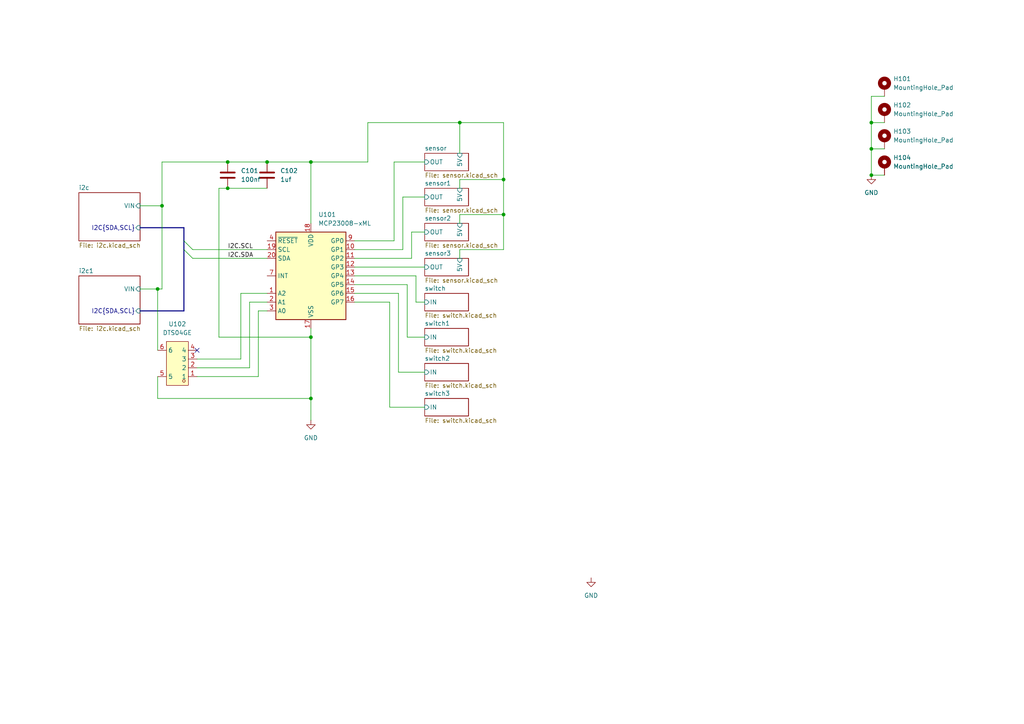
<source format=kicad_sch>
(kicad_sch (version 20250114) (generator "eeschema") (generator_version "9.0")
  (paper "A4")
  (lib_symbols
    (symbol "Device:C" (pin_numbers (hide yes)) (pin_names (offset 0.254))
      (property "Reference" "C" (at 0.635 2.54 0))
      (property "Value" "C" (at 0.635 -2.54 0))
      (symbol "C_0_1"
        (polyline (pts (xy -2.032 0.762) (xy 2.032 0.762)) (stroke (width 0.508)))
        (polyline (pts (xy -2.032 -0.762) (xy 2.032 -0.762)) (stroke (width 0.508)))
      )
      (symbol "C_1_1"
        (pin passive line (at 0 3.81 270) (length 2.794) (name "~") (number "1"))
        (pin passive line (at 0 -3.81 90) (length 2.794) (name "~") (number "2"))
      )
    )
    (symbol "Interface_Expansion:MCP23008-xML"
      (property "Reference" "U" (at -8.89 13.97 0))
      (property "Value" "MCP23008-xML" (at 8.89 13.97 0))
      (symbol "MCP23008-xML_0_1"
        (rectangle (start -10.16 12.7) (end 10.16 -12.7) (stroke (width 0.254)) (fill (type background)))
      )
      (symbol "MCP23008-xML_1_1"
        (pin input line (at -12.7 10.16 0) (length 2.54) (name "~{RESET}") (number "4"))
        (pin input line (at -12.7 7.62 0) (length 2.54) (name "SCL") (number "19"))
        (pin bidirectional line (at -12.7 5.08 0) (length 2.54) (name "SDA") (number "20"))
        (pin output line (at -12.7 0 0) (length 2.54) (name "INT") (number "7"))
        (pin input line (at -12.7 -5.08 0) (length 2.54) (name "A2") (number "1"))
        (pin input line (at -12.7 -7.62 0) (length 2.54) (name "A1") (number "2"))
        (pin input line (at -12.7 -10.16 0) (length 2.54) (name "A0") (number "3"))
        (pin no_connect line (at -10.16 2.54 0) (length 2.54) (hide yes) (name "NC") (number "5"))
        (pin no_connect line (at -10.16 -2.54 0) (length 2.54) (hide yes) (name "NC") (number "6"))
        (pin power_in line (at 0 15.24 270) (length 2.54) (name "VDD") (number "18"))
        (pin power_in line (at 0 -15.24 90) (length 2.54) (name "VSS") (number "17"))
        (pin no_connect line (at 10.16 -10.16 180) (length 2.54) (hide yes) (name "NC") (number "8"))
        (pin bidirectional line (at 12.7 10.16 180) (length 2.54) (name "GP0") (number "9"))
        (pin bidirectional line (at 12.7 7.62 180) (length 2.54) (name "GP1") (number "10"))
        (pin bidirectional line (at 12.7 5.08 180) (length 2.54) (name "GP2") (number "11"))
        (pin bidirectional line (at 12.7 2.54 180) (length 2.54) (name "GP3") (number "12"))
        (pin bidirectional line (at 12.7 0 180) (length 2.54) (name "GP4") (number "13"))
        (pin bidirectional line (at 12.7 -2.54 180) (length 2.54) (name "GP5") (number "14"))
        (pin bidirectional line (at 12.7 -5.08 180) (length 2.54) (name "GP6") (number "15"))
        (pin bidirectional line (at 12.7 -7.62 180) (length 2.54) (name "GP7") (number "16"))
      )
    )
    (symbol "Mechanical:MountingHole_Pad" (pin_numbers (hide yes)) (pin_names (offset 1.016) (hide yes)) (exclude_from_sim yes) (in_bom no)
      (property "Reference" "H" (at 0 6.35 0))
      (property "Value" "MountingHole_Pad" (at 0 4.445 0))
      (symbol "MountingHole_Pad_0_1"
        (circle (center 0 1.27) (radius 1.27) (stroke (width 1.27)))
      )
      (symbol "MountingHole_Pad_1_1"
        (pin input line (at 0 -2.54 90) (length 2.54) (name "1") (number "1"))
      )
    )
    (symbol "easyeda2kicad:DTS04GE"
      (property "Reference" "U" (at 0 8.89 0))
      (property "Value" "DTS04GE" (at 0 -8.89 0))
      (symbol "DTS04GE_0_1"
        (rectangle (start -3.81 6.35) (end 2.54 -6.35) (fill (type background)))
        (circle (center -2.54 5.08) (radius 0.38))
        (pin unspecified line (at -6.35 3.81 0) (length 2.54) (name "1") (number "1"))
        (pin unspecified line (at -6.35 1.27 0) (length 2.54) (name "2") (number "2"))
        (pin unspecified line (at -6.35 -1.27 0) (length 2.54) (name "3") (number "3"))
        (pin unspecified line (at -6.35 -3.81 0) (length 2.54) (name "4") (number "4"))
        (pin unspecified line (at 5.08 3.81 180) (length 2.54) (name "5") (number "5"))
        (pin unspecified line (at 5.08 -3.81 180) (length 2.54) (name "6") (number "6"))
      )
    )
    (symbol "power:GND" (power) (pin_numbers (hide yes)) (pin_names (offset 0) (hide yes))
      (property "Value" "GND" (at 0 -3.81 0))
      (symbol "GND_0_1"
        (polyline (pts (xy 0 0) (xy 0 -1.27) (xy 1.27 -1.27) (xy 0 -2.54) (xy -1.27 -1.27) (xy 0 -1.27)))
      )
      (symbol "GND_1_1"
        (pin power_in line (at 0 0 270) (length 0) (name "~") (number "1"))
      )
    )
  )
  (junction (at 146.05 52.07))
  (junction (at 46.99 59.69))
  (junction (at 45.72 83.82))
  (junction (at 252.73 35.56))
  (junction (at 90.17 46.99))
  (junction (at 252.73 50.8))
  (junction (at 77.47 46.99))
  (junction (at 252.73 43.18))
  (junction (at 66.04 54.61))
  (junction (at 146.05 62.23))
  (junction (at 90.17 97.79))
  (junction (at 66.04 46.99))
  (junction (at 133.35 35.56))
  (junction (at 90.17 115.57))
  (no_connect (at 57.15 101.6))
  (bus_entry (at 53.34 69.85) (size 2.54 2.54))
  (bus_entry (at 53.34 72.39) (size 2.54 2.54))
  (wire (pts (xy 66.04 46.99) (xy 77.47 46.99)))
  (wire (pts (xy 46.99 46.99) (xy 46.99 59.69)))
  (wire (pts (xy 256.54 35.56) (xy 252.73 35.56)))
  (wire (pts (xy 45.72 115.57) (xy 90.17 115.57)))
  (wire (pts (xy 77.47 46.99) (xy 90.17 46.99)))
  (wire (pts (xy 102.87 69.85) (xy 114.3 69.85)))
  (bus (pts (xy 53.34 69.85) (xy 53.34 72.39)))
  (wire (pts (xy 252.73 27.94) (xy 252.73 35.56)))
  (wire (pts (xy 133.35 52.07) (xy 133.35 54.61)))
  (wire (pts (xy 69.85 104.14) (xy 69.85 85.09)))
  (wire (pts (xy 45.72 83.82) (xy 45.72 101.6)))
  (wire (pts (xy 90.17 46.99) (xy 106.68 46.99)))
  (wire (pts (xy 102.87 80.01) (xy 120.65 80.01)))
  (wire (pts (xy 106.68 35.56) (xy 133.35 35.56)))
  (wire (pts (xy 116.84 57.15) (xy 123.19 57.15)))
  (wire (pts (xy 45.72 83.82) (xy 40.64 83.82)))
  (wire (pts (xy 146.05 72.39) (xy 133.35 72.39)))
  (wire (pts (xy 106.68 46.99) (xy 106.68 35.56)))
  (wire (pts (xy 57.15 109.22) (xy 74.93 109.22)))
  (wire (pts (xy 119.38 74.93) (xy 119.38 67.31)))
  (wire (pts (xy 45.72 109.22) (xy 45.72 115.57)))
  (wire (pts (xy 116.84 72.39) (xy 116.84 57.15)))
  (wire (pts (xy 102.87 82.55) (xy 118.11 82.55)))
  (wire (pts (xy 114.3 46.99) (xy 123.19 46.99)))
  (wire (pts (xy 102.87 85.09) (xy 115.57 85.09)))
  (wire (pts (xy 69.85 85.09) (xy 77.47 85.09)))
  (wire (pts (xy 74.93 109.22) (xy 74.93 90.17)))
  (wire (pts (xy 63.5 97.79) (xy 90.17 97.79)))
  (wire (pts (xy 133.35 35.56) (xy 133.35 44.45)))
  (wire (pts (xy 115.57 107.95) (xy 123.19 107.95)))
  (wire (pts (xy 113.03 87.63) (xy 113.03 118.11)))
  (wire (pts (xy 146.05 52.07) (xy 133.35 52.07)))
  (wire (pts (xy 252.73 50.8) (xy 252.73 43.18)))
  (wire (pts (xy 133.35 72.39) (xy 133.35 74.93)))
  (wire (pts (xy 118.11 82.55) (xy 118.11 97.79)))
  (wire (pts (xy 74.93 90.17) (xy 77.47 90.17)))
  (wire (pts (xy 120.65 87.63) (xy 123.19 87.63)))
  (wire (pts (xy 55.88 74.93) (xy 77.47 74.93)))
  (wire (pts (xy 252.73 35.56) (xy 252.73 43.18)))
  (wire (pts (xy 57.15 106.68) (xy 72.39 106.68)))
  (wire (pts (xy 146.05 62.23) (xy 133.35 62.23)))
  (wire (pts (xy 40.64 59.69) (xy 46.99 59.69)))
  (wire (pts (xy 57.15 104.14) (xy 69.85 104.14)))
  (bus (pts (xy 53.34 66.04) (xy 53.34 69.85)))
  (bus (pts (xy 53.34 72.39) (xy 53.34 90.17)))
  (wire (pts (xy 118.11 97.79) (xy 123.19 97.79)))
  (bus (pts (xy 53.34 90.17) (xy 40.64 90.17)))
  (wire (pts (xy 55.88 72.39) (xy 77.47 72.39)))
  (wire (pts (xy 46.99 59.69) (xy 46.99 83.82)))
  (wire (pts (xy 146.05 52.07) (xy 146.05 62.23)))
  (wire (pts (xy 114.3 69.85) (xy 114.3 46.99)))
  (wire (pts (xy 90.17 46.99) (xy 90.17 64.77)))
  (wire (pts (xy 252.73 43.18) (xy 256.54 43.18)))
  (wire (pts (xy 46.99 46.99) (xy 66.04 46.99)))
  (wire (pts (xy 119.38 67.31) (xy 123.19 67.31)))
  (wire (pts (xy 90.17 97.79) (xy 90.17 115.57)))
  (wire (pts (xy 66.04 54.61) (xy 63.5 54.61)))
  (wire (pts (xy 66.04 54.61) (xy 77.47 54.61)))
  (wire (pts (xy 46.99 83.82) (xy 45.72 83.82)))
  (bus (pts (xy 40.64 66.04) (xy 53.34 66.04)))
  (wire (pts (xy 102.87 72.39) (xy 116.84 72.39)))
  (wire (pts (xy 63.5 54.61) (xy 63.5 97.79)))
  (wire (pts (xy 102.87 74.93) (xy 119.38 74.93)))
  (wire (pts (xy 72.39 87.63) (xy 77.47 87.63)))
  (wire (pts (xy 256.54 50.8) (xy 252.73 50.8)))
  (wire (pts (xy 90.17 95.25) (xy 90.17 97.79)))
  (wire (pts (xy 115.57 85.09) (xy 115.57 107.95)))
  (wire (pts (xy 113.03 118.11) (xy 123.19 118.11)))
  (wire (pts (xy 72.39 106.68) (xy 72.39 87.63)))
  (wire (pts (xy 133.35 35.56) (xy 146.05 35.56)))
  (wire (pts (xy 146.05 35.56) (xy 146.05 52.07)))
  (wire (pts (xy 102.87 87.63) (xy 113.03 87.63)))
  (wire (pts (xy 146.05 62.23) (xy 146.05 72.39)))
  (wire (pts (xy 90.17 115.57) (xy 90.17 121.92)))
  (wire (pts (xy 133.35 62.23) (xy 133.35 64.77)))
  (wire (pts (xy 256.54 27.94) (xy 252.73 27.94)))
  (wire (pts (xy 102.87 77.47) (xy 123.19 77.47)))
  (wire (pts (xy 120.65 80.01) (xy 120.65 87.63)))
  (label "I2C.SCL" (at 66.04 72.39 0))
  (label "I2C.SDA" (at 66.04 74.93 0))
  (symbol (lib_id "power:GND") (at 90.17 121.92 0) (unit 1)
    (property "Reference" "#PWR0103" (effects (hide yes)))
    (property "Value" "GND" (at 90.17 127 0))
    (property "Description" "Power symbol creates a global label with name \"GND\" , ground" (effects (hide yes)))
  )
  (symbol (lib_id "Device:C") (at 66.04 50.8 0) (unit 1)
    (property "Reference" "C101" (at 69.85 49.5299 0) (effects (justify left)))
    (property "Value" "100nf" (at 69.85 52.0699 0) (effects (justify left)))
    (property "Footprint" "Capacitor_SMD:C_0603_1608Metric" (effects (hide yes)))
    (property "Description" "Unpolarized capacitor" (effects (hide yes)))
  )
  (symbol (lib_id "Mechanical:MountingHole_Pad") (at 256.54 25.4 0) (unit 1) (exclude_from_sim yes) (in_bom no)
    (property "Reference" "H101" (at 259.08 22.8599 0) (effects (justify left)))
    (property "Value" "MountingHole_Pad" (at 259.08 25.3999 0) (effects (justify left)))
    (property "Footprint" "MountingHole:MountingHole_4.3mm_M4_ISO7380_Pad" (effects (hide yes)))
    (property "Description" "Mounting Hole with connection" (effects (hide yes)))
  )
  (symbol (lib_id "Mechanical:MountingHole_Pad") (at 256.54 48.26 0) (unit 1) (exclude_from_sim yes) (in_bom no)
    (property "Reference" "H104" (at 259.08 45.7199 0) (effects (justify left)))
    (property "Value" "MountingHole_Pad" (at 259.08 48.2599 0) (effects (justify left)))
    (property "Footprint" "MountingHole:MountingHole_4.3mm_M4_ISO7380_Pad" (effects (hide yes)))
    (property "Description" "Mounting Hole with connection" (effects (hide yes)))
  )
  (symbol (lib_id "Interface_Expansion:MCP23008-xML") (at 90.17 80.01 0) (unit 1)
    (property "Reference" "U101" (at 92.3133 62.23 0) (effects (justify left)))
    (property "Value" "MCP23008-xML" (at 92.3133 64.77 0) (effects (justify left)))
    (property "Footprint" "Package_DFN_QFN:QFN-20-1EP_4x4mm_P0.5mm_EP2.7x2.7mm" (effects (hide yes)))
    (property "Datasheet" "http://ww1.microchip.com/downloads/en/DeviceDoc/MCP23008-MCP23S08-Data-Sheet-20001919F.pdf" (effects (hide yes)))
    (property "Description" "8-bit I/O expander, I2C, interrupts, QFN-20" (effects (hide yes)))
    (property "LCSC Part" "C144211" (effects (hide yes)))
  )
  (symbol (lib_id "easyeda2kicad:DTS04GE") (at 50.8 105.41 180) (unit 1)
    (property "Reference" "U102" (at 51.435 93.98 0))
    (property "Value" "DTS04GE" (at 51.435 96.52 0))
    (property "Footprint" "easyeda2kicad:SW-SMD_4P-L10.6-W6.9-P2.54-LS9.7_DTS04GE" (effects (hide yes)))
    (property "LCSC Part" "C3294670" (effects (hide yes)))
  )
  (symbol (lib_id "power:GND") (at 252.73 50.8 0) (unit 1)
    (property "Reference" "#PWR0101" (effects (hide yes)))
    (property "Value" "GND" (at 252.73 55.88 0))
    (property "Description" "Power symbol creates a global label with name \"GND\" , ground" (effects (hide yes)))
  )
  (symbol (lib_id "Device:C") (at 77.47 50.8 0) (unit 1)
    (property "Reference" "C102" (at 81.28 49.5299 0) (effects (justify left)))
    (property "Value" "1uf" (at 81.28 52.0699 0) (effects (justify left)))
    (property "Footprint" "Capacitor_SMD:C_0603_1608Metric" (effects (hide yes)))
    (property "Description" "Unpolarized capacitor" (effects (hide yes)))
  )
  (symbol (lib_id "Mechanical:MountingHole_Pad") (at 256.54 40.64 0) (unit 1) (exclude_from_sim yes) (in_bom no)
    (property "Reference" "H103" (at 259.08 38.0999 0) (effects (justify left)))
    (property "Value" "MountingHole_Pad" (at 259.08 40.6399 0) (effects (justify left)))
    (property "Footprint" "MountingHole:MountingHole_4.3mm_M4_ISO7380_Pad" (effects (hide yes)))
    (property "Description" "Mounting Hole with connection" (effects (hide yes)))
  )
  (symbol (lib_id "Mechanical:MountingHole_Pad") (at 256.54 33.02 0) (unit 1) (exclude_from_sim yes) (in_bom no)
    (property "Reference" "H102" (at 259.08 30.4799 0) (effects (justify left)))
    (property "Value" "MountingHole_Pad" (at 259.08 33.0199 0) (effects (justify left)))
    (property "Footprint" "MountingHole:MountingHole_4.3mm_M4_ISO7380_Pad" (effects (hide yes)))
    (property "Description" "Mounting Hole with connection" (effects (hide yes)))
  )
  (symbol (lib_id "power:GND") (at 171.45 167.64 0) (unit 1)
    (property "Reference" "#PWR0102" (effects (hide yes)))
    (property "Value" "GND" (at 171.45 172.72 0))
    (property "Description" "Power symbol creates a global label with name \"GND\" , ground" (effects (hide yes)))
  )
  (sheet (at 123.19 44.45) (size 12.7 5.08) (stroke (width 0.1524))
    (property "Sheetname" "sensor" (at 123.19 43.7384 0) (effects (justify left bottom)))
    (property "Sheetfile" "sensor.kicad_sch" (at 123.19 50.1146 0) (effects (justify left top)))
    (pin "5V" input (at 133.35 44.45 90))
    (pin "OUT" input (at 123.19 46.99 180))
  )
  (sheet (at 123.19 95.25) (size 12.7 5.08) (stroke (width 0.1524))
    (property "Sheetname" "switch1" (at 123.19 94.5384 0) (effects (justify left bottom)))
    (property "Sheetfile" "switch.kicad_sch" (at 123.19 100.9146 0) (effects (justify left top)))
    (pin "IN" input (at 123.19 97.79 180))
  )
  (sheet (at 123.19 64.77) (size 12.7 5.08) (stroke (width 0.1524))
    (property "Sheetname" "sensor2" (at 123.19 64.0584 0) (effects (justify left bottom)))
    (property "Sheetfile" "sensor.kicad_sch" (at 123.19 70.4346 0) (effects (justify left top)))
    (pin "5V" input (at 133.35 64.77 90))
    (pin "OUT" input (at 123.19 67.31 180))
  )
  (sheet (at 22.86 80.01) (size 17.78 13.97) (stroke (width 0.1524))
    (property "Sheetname" "i2c1" (at 22.86 79.2984 0) (effects (justify left bottom)))
    (property "Sheetfile" "i2c.kicad_sch" (at 22.86 94.5646 0) (effects (justify left top)))
    (pin "I2C{SDA,SCL}" input (at 40.64 90.17 0))
    (pin "VIN" input (at 40.64 83.82 0))
  )
  (sheet (at 123.19 85.09) (size 12.7 5.08) (stroke (width 0.1524))
    (property "Sheetname" "switch" (at 123.19 84.3784 0) (effects (justify left bottom)))
    (property "Sheetfile" "switch.kicad_sch" (at 123.19 90.7546 0) (effects (justify left top)))
    (pin "IN" input (at 123.19 87.63 180))
  )
  (sheet (at 123.19 105.41) (size 12.7 5.08) (stroke (width 0.1524))
    (property "Sheetname" "switch2" (at 123.19 104.6984 0) (effects (justify left bottom)))
    (property "Sheetfile" "switch.kicad_sch" (at 123.19 111.0746 0) (effects (justify left top)))
    (pin "IN" input (at 123.19 107.95 180))
  )
  (sheet (at 123.19 54.61) (size 12.7 5.08) (stroke (width 0.1524))
    (property "Sheetname" "sensor1" (at 123.19 53.8984 0) (effects (justify left bottom)))
    (property "Sheetfile" "sensor.kicad_sch" (at 123.19 60.2746 0) (effects (justify left top)))
    (pin "5V" input (at 133.35 54.61 90))
    (pin "OUT" input (at 123.19 57.15 180))
  )
  (sheet (at 123.19 115.57) (size 12.7 5.08) (stroke (width 0.1524))
    (property "Sheetname" "switch3" (at 123.19 114.8584 0) (effects (justify left bottom)))
    (property "Sheetfile" "switch.kicad_sch" (at 123.19 121.2346 0) (effects (justify left top)))
    (pin "IN" input (at 123.19 118.11 180))
  )
  (sheet (at 22.86 55.88) (size 17.78 13.97) (stroke (width 0.1524))
    (property "Sheetname" "i2c" (at 22.86 55.1684 0) (effects (justify left bottom)))
    (property "Sheetfile" "i2c.kicad_sch" (at 22.86 70.4346 0) (effects (justify left top)))
    (pin "I2C{SDA,SCL}" input (at 40.64 66.04 0))
    (pin "VIN" input (at 40.64 59.69 0))
  )
  (sheet (at 123.19 74.93) (size 12.7 5.08) (stroke (width 0.1524))
    (property "Sheetname" "sensor3" (at 123.19 74.2184 0) (effects (justify left bottom)))
    (property "Sheetfile" "sensor.kicad_sch" (at 123.19 80.5946 0) (effects (justify left top)))
    (pin "5V" input (at 133.35 74.93 90))
    (pin "OUT" input (at 123.19 77.47 180))
  )
)
</source>
